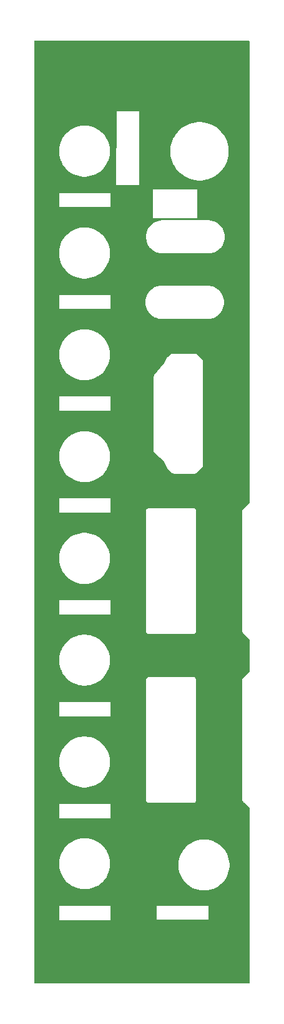
<source format=gbr>
%TF.GenerationSoftware,KiCad,Pcbnew,8.0.7*%
%TF.CreationDate,2025-01-05T13:11:30+01:00*%
%TF.ProjectId,tiliqua-panel,74696c69-7175-4612-9d70-616e656c2e6b,rev?*%
%TF.SameCoordinates,Original*%
%TF.FileFunction,Copper,L2,Bot*%
%TF.FilePolarity,Positive*%
%FSLAX46Y46*%
G04 Gerber Fmt 4.6, Leading zero omitted, Abs format (unit mm)*
G04 Created by KiCad (PCBNEW 8.0.7) date 2025-01-05 13:11:30*
%MOMM*%
%LPD*%
G01*
G04 APERTURE LIST*
%TA.AperFunction,ComponentPad*%
%ADD10O,7.500000X4.400000*%
%TD*%
G04 APERTURE END LIST*
D10*
%TO.P,E2,1,1*%
%TO.N,GND*%
X19525000Y-3000000D03*
%TD*%
%TO.P,E3,1,1*%
%TO.N,GND*%
X4475000Y-125500000D03*
%TD*%
%TO.P,E4,1,1*%
%TO.N,GND*%
X19525000Y-125500000D03*
%TD*%
%TO.P,E1,1,1*%
%TO.N,GND*%
X4525000Y-3000000D03*
%TD*%
%TA.AperFunction,Conductor*%
%TO.N,GND*%
G36*
X26541621Y-420502D02*
G01*
X26588114Y-474158D01*
X26599500Y-526500D01*
X26599500Y-62923318D01*
X26579498Y-62991439D01*
X26562542Y-63012467D01*
X25767553Y-63806497D01*
X25767487Y-63806556D01*
X25728078Y-63845925D01*
X25728072Y-63845930D01*
X25687885Y-63886069D01*
X25662281Y-63930364D01*
X25662278Y-63930369D01*
X25635104Y-63977372D01*
X25620393Y-64032166D01*
X25620390Y-64032177D01*
X25607755Y-64079217D01*
X25607730Y-64128660D01*
X25607730Y-64128669D01*
X25607693Y-64191985D01*
X25607698Y-64192074D01*
X25599528Y-80330175D01*
X25598999Y-80338827D01*
X25599491Y-80392053D01*
X25599496Y-80393275D01*
X25599471Y-80443567D01*
X25599644Y-80444786D01*
X25599813Y-80446024D01*
X25599966Y-80447193D01*
X25613441Y-80495687D01*
X25613763Y-80496867D01*
X25626749Y-80545425D01*
X25627250Y-80546603D01*
X25627737Y-80547765D01*
X25628171Y-80548815D01*
X25653773Y-80592228D01*
X25654390Y-80593286D01*
X25679465Y-80636767D01*
X25680233Y-80637748D01*
X25680994Y-80638732D01*
X25681709Y-80639665D01*
X25717639Y-80674936D01*
X25718513Y-80675802D01*
X25756081Y-80713409D01*
X25762630Y-80719101D01*
X26571872Y-81513489D01*
X26606472Y-81575483D01*
X26609605Y-81603695D01*
X26600000Y-85781705D01*
X26579841Y-85849779D01*
X26563095Y-85870510D01*
X25716967Y-86716638D01*
X25716944Y-86716662D01*
X25679558Y-86754027D01*
X25679543Y-86754046D01*
X25679518Y-86754090D01*
X25653217Y-86799643D01*
X25636502Y-86828576D01*
X25626827Y-86845323D01*
X25626797Y-86845396D01*
X25618053Y-86878029D01*
X25614916Y-86889740D01*
X25613249Y-86895960D01*
X25613240Y-86895993D01*
X25599500Y-86947216D01*
X25599500Y-87000612D01*
X25594965Y-103147170D01*
X25594916Y-103147931D01*
X25594948Y-103207984D01*
X25594948Y-103208084D01*
X25594934Y-103260743D01*
X25594973Y-103261038D01*
X25608559Y-103311632D01*
X25608572Y-103311734D01*
X25608585Y-103311731D01*
X25622201Y-103362601D01*
X25622322Y-103362893D01*
X25622326Y-103362901D01*
X25622327Y-103362902D01*
X25648600Y-103408351D01*
X25648627Y-103408454D01*
X25648651Y-103408441D01*
X25674896Y-103453928D01*
X25675100Y-103454193D01*
X25675102Y-103454195D01*
X25675104Y-103454198D01*
X25711822Y-103490875D01*
X25711819Y-103490877D01*
X25711884Y-103490937D01*
X25749446Y-103528521D01*
X25754995Y-103534073D01*
X25755576Y-103534582D01*
X25871621Y-103650500D01*
X26397260Y-104175564D01*
X26579361Y-104357465D01*
X26613420Y-104419758D01*
X26616314Y-104446697D01*
X26599868Y-127973588D01*
X26579818Y-128041695D01*
X26526130Y-128088150D01*
X26473868Y-128099500D01*
X-2473500Y-128099500D01*
X-2541621Y-128079498D01*
X-2588114Y-128025842D01*
X-2599500Y-127973500D01*
X-2599500Y-119530800D01*
X741400Y-119530800D01*
X7751800Y-119530800D01*
X7751800Y-119492700D01*
X13989600Y-119492700D01*
X21000000Y-119492700D01*
X21000000Y-117562300D01*
X13989600Y-117562300D01*
X13989600Y-119492700D01*
X7751800Y-119492700D01*
X7751800Y-117600400D01*
X741400Y-117600400D01*
X741400Y-119530800D01*
X-2599500Y-119530800D01*
X-2599500Y-111720481D01*
X759500Y-111720481D01*
X759500Y-112059518D01*
X792728Y-112396889D01*
X792730Y-112396905D01*
X858871Y-112729414D01*
X957282Y-113053835D01*
X957285Y-113053844D01*
X1087023Y-113367058D01*
X1246839Y-113666053D01*
X1435185Y-113947932D01*
X1435196Y-113947947D01*
X1650259Y-114210003D01*
X1650277Y-114210022D01*
X1889977Y-114449722D01*
X1889996Y-114449740D01*
X2114270Y-114633796D01*
X2152061Y-114664810D01*
X2433949Y-114853162D01*
X2732942Y-115012977D01*
X3046160Y-115142716D01*
X3370586Y-115241129D01*
X3703096Y-115307270D01*
X4040488Y-115340500D01*
X4040497Y-115340500D01*
X4379503Y-115340500D01*
X4379512Y-115340500D01*
X4716904Y-115307270D01*
X5049414Y-115241129D01*
X5373840Y-115142716D01*
X5687058Y-115012977D01*
X5986051Y-114853162D01*
X6267939Y-114664810D01*
X6530009Y-114449735D01*
X6769735Y-114210009D01*
X6984810Y-113947939D01*
X7173162Y-113666051D01*
X7332977Y-113367058D01*
X7462716Y-113053840D01*
X7561129Y-112729414D01*
X7627270Y-112396904D01*
X7660500Y-112059512D01*
X7660500Y-111904555D01*
X16949500Y-111904555D01*
X16949500Y-112243592D01*
X16982728Y-112580963D01*
X16982730Y-112580979D01*
X17048871Y-112913488D01*
X17147282Y-113237909D01*
X17147285Y-113237918D01*
X17277023Y-113551132D01*
X17436839Y-113850127D01*
X17625185Y-114132006D01*
X17625196Y-114132021D01*
X17840259Y-114394077D01*
X17840277Y-114394096D01*
X18079977Y-114633796D01*
X18079996Y-114633814D01*
X18342052Y-114848877D01*
X18342061Y-114848884D01*
X18623949Y-115037236D01*
X18922942Y-115197051D01*
X19236160Y-115326790D01*
X19560586Y-115425203D01*
X19893096Y-115491344D01*
X20230488Y-115524574D01*
X20230497Y-115524574D01*
X20569503Y-115524574D01*
X20569512Y-115524574D01*
X20906904Y-115491344D01*
X21239414Y-115425203D01*
X21563840Y-115326790D01*
X21877058Y-115197051D01*
X22176051Y-115037236D01*
X22457939Y-114848884D01*
X22720009Y-114633809D01*
X22959735Y-114394083D01*
X23174810Y-114132013D01*
X23363162Y-113850125D01*
X23522977Y-113551132D01*
X23652716Y-113237914D01*
X23751129Y-112913488D01*
X23817270Y-112580978D01*
X23850500Y-112243586D01*
X23850500Y-111904562D01*
X23817270Y-111567170D01*
X23751129Y-111234660D01*
X23652716Y-110910234D01*
X23522977Y-110597016D01*
X23363162Y-110298023D01*
X23174810Y-110016135D01*
X23023745Y-109832061D01*
X22959740Y-109754070D01*
X22959722Y-109754051D01*
X22720022Y-109514351D01*
X22720003Y-109514333D01*
X22457947Y-109299270D01*
X22457932Y-109299259D01*
X22176053Y-109110913D01*
X21877058Y-108951097D01*
X21563844Y-108821359D01*
X21563835Y-108821356D01*
X21239414Y-108722945D01*
X21239415Y-108722945D01*
X20906905Y-108656804D01*
X20906889Y-108656802D01*
X20569518Y-108623574D01*
X20569512Y-108623574D01*
X20230488Y-108623574D01*
X20230481Y-108623574D01*
X19893110Y-108656802D01*
X19893094Y-108656804D01*
X19560585Y-108722945D01*
X19236164Y-108821356D01*
X19236155Y-108821359D01*
X18922941Y-108951097D01*
X18623946Y-109110913D01*
X18342067Y-109299259D01*
X18342052Y-109299270D01*
X18079996Y-109514333D01*
X18079977Y-109514351D01*
X17840277Y-109754051D01*
X17840259Y-109754070D01*
X17625196Y-110016126D01*
X17625185Y-110016141D01*
X17436839Y-110298020D01*
X17277023Y-110597015D01*
X17147285Y-110910229D01*
X17147282Y-110910238D01*
X17048871Y-111234659D01*
X16982730Y-111567168D01*
X16982728Y-111567184D01*
X16949500Y-111904555D01*
X7660500Y-111904555D01*
X7660500Y-111720488D01*
X7627270Y-111383096D01*
X7561129Y-111050586D01*
X7462716Y-110726160D01*
X7332977Y-110412942D01*
X7173162Y-110113949D01*
X6984810Y-109832061D01*
X6920805Y-109754070D01*
X6769740Y-109569996D01*
X6769722Y-109569977D01*
X6530022Y-109330277D01*
X6530003Y-109330259D01*
X6267947Y-109115196D01*
X6267932Y-109115185D01*
X5986053Y-108926839D01*
X5687058Y-108767023D01*
X5373844Y-108637285D01*
X5373835Y-108637282D01*
X5049414Y-108538871D01*
X5049415Y-108538871D01*
X4716905Y-108472730D01*
X4716889Y-108472728D01*
X4379518Y-108439500D01*
X4379512Y-108439500D01*
X4040488Y-108439500D01*
X4040481Y-108439500D01*
X3703110Y-108472728D01*
X3703094Y-108472730D01*
X3370585Y-108538871D01*
X3046164Y-108637282D01*
X3046155Y-108637285D01*
X2732941Y-108767023D01*
X2433946Y-108926839D01*
X2152067Y-109115185D01*
X2152052Y-109115196D01*
X1889996Y-109330259D01*
X1889977Y-109330277D01*
X1650277Y-109569977D01*
X1650259Y-109569996D01*
X1435196Y-109832052D01*
X1435185Y-109832067D01*
X1246839Y-110113946D01*
X1087023Y-110412941D01*
X957285Y-110726155D01*
X957282Y-110726164D01*
X858871Y-111050585D01*
X792730Y-111383094D01*
X792728Y-111383110D01*
X759500Y-111720481D01*
X-2599500Y-111720481D01*
X-2599500Y-105738600D01*
X741400Y-105738600D01*
X7751800Y-105738600D01*
X7751800Y-103808200D01*
X741400Y-103808200D01*
X741400Y-105738600D01*
X-2599500Y-105738600D01*
X-2599500Y-97950481D01*
X749500Y-97950481D01*
X749500Y-98289518D01*
X782728Y-98626889D01*
X782730Y-98626905D01*
X848871Y-98959414D01*
X947282Y-99283835D01*
X947285Y-99283844D01*
X1077023Y-99597058D01*
X1236839Y-99896053D01*
X1425185Y-100177932D01*
X1425196Y-100177947D01*
X1640259Y-100440003D01*
X1640277Y-100440022D01*
X1879977Y-100679722D01*
X1879996Y-100679740D01*
X2142052Y-100894803D01*
X2142061Y-100894810D01*
X2423949Y-101083162D01*
X2722942Y-101242977D01*
X3036160Y-101372716D01*
X3360586Y-101471129D01*
X3693096Y-101537270D01*
X4030488Y-101570500D01*
X4030497Y-101570500D01*
X4369503Y-101570500D01*
X4369512Y-101570500D01*
X4706904Y-101537270D01*
X5039414Y-101471129D01*
X5363840Y-101372716D01*
X5677058Y-101242977D01*
X5976051Y-101083162D01*
X6257939Y-100894810D01*
X6520009Y-100679735D01*
X6759735Y-100440009D01*
X6974810Y-100177939D01*
X7163162Y-99896051D01*
X7322977Y-99597058D01*
X7452716Y-99283840D01*
X7551129Y-98959414D01*
X7617270Y-98626904D01*
X7650500Y-98289512D01*
X7650500Y-97950488D01*
X7617270Y-97613096D01*
X7551129Y-97280586D01*
X7452716Y-96956160D01*
X7322977Y-96642942D01*
X7163162Y-96343949D01*
X6974810Y-96062061D01*
X6974803Y-96062052D01*
X6759740Y-95799996D01*
X6759722Y-95799977D01*
X6520022Y-95560277D01*
X6520003Y-95560259D01*
X6257947Y-95345196D01*
X6257932Y-95345185D01*
X5976053Y-95156839D01*
X5677058Y-94997023D01*
X5363844Y-94867285D01*
X5363835Y-94867282D01*
X5039414Y-94768871D01*
X5039415Y-94768871D01*
X4706905Y-94702730D01*
X4706889Y-94702728D01*
X4369518Y-94669500D01*
X4369512Y-94669500D01*
X4030488Y-94669500D01*
X4030481Y-94669500D01*
X3693110Y-94702728D01*
X3693094Y-94702730D01*
X3360585Y-94768871D01*
X3036164Y-94867282D01*
X3036155Y-94867285D01*
X2722941Y-94997023D01*
X2423946Y-95156839D01*
X2142067Y-95345185D01*
X2142052Y-95345196D01*
X1879996Y-95560259D01*
X1879977Y-95560277D01*
X1640277Y-95799977D01*
X1640259Y-95799996D01*
X1425196Y-96062052D01*
X1425185Y-96062067D01*
X1236839Y-96343946D01*
X1077023Y-96642941D01*
X947285Y-96956155D01*
X947282Y-96956164D01*
X848871Y-97280585D01*
X782730Y-97613094D01*
X782728Y-97613110D01*
X749500Y-97950481D01*
X-2599500Y-97950481D01*
X-2599500Y-91946400D01*
X741400Y-91946400D01*
X7751800Y-91946400D01*
X7751800Y-90016000D01*
X741400Y-90016000D01*
X741400Y-91946400D01*
X-2599500Y-91946400D01*
X-2599500Y-84160481D01*
X749500Y-84160481D01*
X749500Y-84499518D01*
X782728Y-84836889D01*
X782730Y-84836905D01*
X848871Y-85169414D01*
X947282Y-85493835D01*
X947285Y-85493844D01*
X1077023Y-85807058D01*
X1236839Y-86106053D01*
X1425185Y-86387932D01*
X1425196Y-86387947D01*
X1640259Y-86650003D01*
X1640277Y-86650022D01*
X1879977Y-86889722D01*
X1879996Y-86889740D01*
X2142052Y-87104803D01*
X2142061Y-87104810D01*
X2423949Y-87293162D01*
X2722942Y-87452977D01*
X3036160Y-87582716D01*
X3360586Y-87681129D01*
X3693096Y-87747270D01*
X4030488Y-87780500D01*
X4030497Y-87780500D01*
X4369503Y-87780500D01*
X4369512Y-87780500D01*
X4706904Y-87747270D01*
X5039414Y-87681129D01*
X5363840Y-87582716D01*
X5677058Y-87452977D01*
X5976051Y-87293162D01*
X6257939Y-87104810D01*
X6449899Y-86947273D01*
X12549500Y-86947273D01*
X12549500Y-103302727D01*
X12565621Y-103362893D01*
X12576794Y-103404591D01*
X12629517Y-103495909D01*
X12629525Y-103495919D01*
X12704080Y-103570474D01*
X12704085Y-103570478D01*
X12704087Y-103570480D01*
X12704088Y-103570481D01*
X12704090Y-103570482D01*
X12795408Y-103623205D01*
X12795410Y-103623205D01*
X12795413Y-103623207D01*
X12897273Y-103650500D01*
X12897275Y-103650500D01*
X19002725Y-103650500D01*
X19002727Y-103650500D01*
X19104587Y-103623207D01*
X19104590Y-103623205D01*
X19104591Y-103623205D01*
X19150250Y-103596843D01*
X19195913Y-103570480D01*
X19270480Y-103495913D01*
X19296843Y-103450250D01*
X19323205Y-103404591D01*
X19323205Y-103404590D01*
X19323207Y-103404587D01*
X19350500Y-103302727D01*
X19350500Y-86947273D01*
X19323207Y-86845413D01*
X19323205Y-86845410D01*
X19323205Y-86845408D01*
X19270482Y-86754090D01*
X19270474Y-86754080D01*
X19195919Y-86679525D01*
X19195909Y-86679517D01*
X19104591Y-86626794D01*
X19092557Y-86623569D01*
X19002727Y-86599500D01*
X13002727Y-86599500D01*
X12897273Y-86599500D01*
X12834931Y-86616204D01*
X12795408Y-86626794D01*
X12704090Y-86679517D01*
X12704080Y-86679525D01*
X12629525Y-86754080D01*
X12629517Y-86754090D01*
X12576794Y-86845408D01*
X12564917Y-86889735D01*
X12549500Y-86947273D01*
X6449899Y-86947273D01*
X6520009Y-86889735D01*
X6759735Y-86650009D01*
X6974810Y-86387939D01*
X7163162Y-86106051D01*
X7322977Y-85807058D01*
X7452716Y-85493840D01*
X7551129Y-85169414D01*
X7617270Y-84836904D01*
X7650500Y-84499512D01*
X7650500Y-84160488D01*
X7617270Y-83823096D01*
X7551129Y-83490586D01*
X7452716Y-83166160D01*
X7322977Y-82852942D01*
X7163162Y-82553949D01*
X6974810Y-82272061D01*
X6974803Y-82272052D01*
X6759740Y-82009996D01*
X6759722Y-82009977D01*
X6520022Y-81770277D01*
X6520003Y-81770259D01*
X6257947Y-81555196D01*
X6257932Y-81555185D01*
X5976053Y-81366839D01*
X5677058Y-81207023D01*
X5363844Y-81077285D01*
X5363835Y-81077282D01*
X5039414Y-80978871D01*
X5039415Y-80978871D01*
X4706905Y-80912730D01*
X4706889Y-80912728D01*
X4369518Y-80879500D01*
X4369512Y-80879500D01*
X4030488Y-80879500D01*
X4030481Y-80879500D01*
X3693110Y-80912728D01*
X3693094Y-80912730D01*
X3360585Y-80978871D01*
X3036164Y-81077282D01*
X3036155Y-81077285D01*
X2722941Y-81207023D01*
X2423946Y-81366839D01*
X2142067Y-81555185D01*
X2142052Y-81555196D01*
X1879996Y-81770259D01*
X1879977Y-81770277D01*
X1640277Y-82009977D01*
X1640259Y-82009996D01*
X1425196Y-82272052D01*
X1425185Y-82272067D01*
X1236839Y-82553946D01*
X1077023Y-82852941D01*
X947285Y-83166155D01*
X947282Y-83166164D01*
X848871Y-83490585D01*
X782730Y-83823094D01*
X782728Y-83823110D01*
X749500Y-84160481D01*
X-2599500Y-84160481D01*
X-2599500Y-78154200D01*
X741400Y-78154200D01*
X7751800Y-78154200D01*
X7751800Y-76223800D01*
X741400Y-76223800D01*
X741400Y-78154200D01*
X-2599500Y-78154200D01*
X-2599500Y-70370481D01*
X749500Y-70370481D01*
X749500Y-70709518D01*
X782728Y-71046889D01*
X782730Y-71046905D01*
X848871Y-71379414D01*
X947282Y-71703835D01*
X947285Y-71703844D01*
X1077023Y-72017058D01*
X1236839Y-72316053D01*
X1425185Y-72597932D01*
X1425196Y-72597947D01*
X1640259Y-72860003D01*
X1640277Y-72860022D01*
X1879977Y-73099722D01*
X1879996Y-73099740D01*
X2142052Y-73314803D01*
X2142061Y-73314810D01*
X2423949Y-73503162D01*
X2722942Y-73662977D01*
X3036160Y-73792716D01*
X3360586Y-73891129D01*
X3693096Y-73957270D01*
X4030488Y-73990500D01*
X4030497Y-73990500D01*
X4369503Y-73990500D01*
X4369512Y-73990500D01*
X4706904Y-73957270D01*
X5039414Y-73891129D01*
X5363840Y-73792716D01*
X5677058Y-73662977D01*
X5976051Y-73503162D01*
X6257939Y-73314810D01*
X6520009Y-73099735D01*
X6759735Y-72860009D01*
X6974810Y-72597939D01*
X7163162Y-72316051D01*
X7322977Y-72017058D01*
X7452716Y-71703840D01*
X7551129Y-71379414D01*
X7617270Y-71046904D01*
X7650500Y-70709512D01*
X7650500Y-70370488D01*
X7617270Y-70033096D01*
X7551129Y-69700586D01*
X7452716Y-69376160D01*
X7322977Y-69062942D01*
X7163162Y-68763949D01*
X6974810Y-68482061D01*
X6974803Y-68482052D01*
X6759740Y-68219996D01*
X6759722Y-68219977D01*
X6520022Y-67980277D01*
X6520003Y-67980259D01*
X6257947Y-67765196D01*
X6257932Y-67765185D01*
X5976053Y-67576839D01*
X5677058Y-67417023D01*
X5363844Y-67287285D01*
X5363835Y-67287282D01*
X5039414Y-67188871D01*
X5039415Y-67188871D01*
X4706905Y-67122730D01*
X4706889Y-67122728D01*
X4369518Y-67089500D01*
X4369512Y-67089500D01*
X4030488Y-67089500D01*
X4030481Y-67089500D01*
X3693110Y-67122728D01*
X3693094Y-67122730D01*
X3360585Y-67188871D01*
X3036164Y-67287282D01*
X3036155Y-67287285D01*
X2722941Y-67417023D01*
X2423946Y-67576839D01*
X2142067Y-67765185D01*
X2142052Y-67765196D01*
X1879996Y-67980259D01*
X1879977Y-67980277D01*
X1640277Y-68219977D01*
X1640259Y-68219996D01*
X1425196Y-68482052D01*
X1425185Y-68482067D01*
X1236839Y-68763946D01*
X1077023Y-69062941D01*
X947285Y-69376155D01*
X947282Y-69376164D01*
X848871Y-69700585D01*
X782730Y-70033094D01*
X782728Y-70033110D01*
X749500Y-70370481D01*
X-2599500Y-70370481D01*
X-2599500Y-64362000D01*
X741400Y-64362000D01*
X7751800Y-64362000D01*
X7751800Y-64072273D01*
X12549500Y-64072273D01*
X12549500Y-80427727D01*
X12554071Y-80444786D01*
X12576794Y-80529591D01*
X12629517Y-80620909D01*
X12629525Y-80620919D01*
X12704080Y-80695474D01*
X12704085Y-80695478D01*
X12704087Y-80695480D01*
X12704088Y-80695481D01*
X12704090Y-80695482D01*
X12795408Y-80748205D01*
X12795410Y-80748205D01*
X12795413Y-80748207D01*
X12897273Y-80775500D01*
X12897275Y-80775500D01*
X19002725Y-80775500D01*
X19002727Y-80775500D01*
X19104587Y-80748207D01*
X19104590Y-80748205D01*
X19104591Y-80748205D01*
X19164859Y-80713409D01*
X19195913Y-80695480D01*
X19270480Y-80620913D01*
X19323207Y-80529587D01*
X19350500Y-80427727D01*
X19350500Y-64072273D01*
X19323207Y-63970413D01*
X19323205Y-63970410D01*
X19323205Y-63970408D01*
X19270482Y-63879090D01*
X19270474Y-63879080D01*
X19195919Y-63804525D01*
X19195909Y-63804517D01*
X19104591Y-63751794D01*
X19092557Y-63748569D01*
X19002727Y-63724500D01*
X13002727Y-63724500D01*
X12897273Y-63724500D01*
X12834931Y-63741204D01*
X12795408Y-63751794D01*
X12704090Y-63804517D01*
X12704080Y-63804525D01*
X12629525Y-63879080D01*
X12629517Y-63879090D01*
X12576794Y-63970408D01*
X12574929Y-63977369D01*
X12549500Y-64072273D01*
X7751800Y-64072273D01*
X7751800Y-62431600D01*
X741400Y-62431600D01*
X741400Y-64362000D01*
X-2599500Y-64362000D01*
X-2599500Y-56590481D01*
X759500Y-56590481D01*
X759500Y-56929518D01*
X792728Y-57266889D01*
X792730Y-57266905D01*
X858871Y-57599414D01*
X957282Y-57923835D01*
X957285Y-57923844D01*
X1087023Y-58237058D01*
X1246839Y-58536053D01*
X1435185Y-58817932D01*
X1435196Y-58817947D01*
X1650259Y-59080003D01*
X1650277Y-59080022D01*
X1889977Y-59319722D01*
X1889996Y-59319740D01*
X2152052Y-59534803D01*
X2152061Y-59534810D01*
X2433949Y-59723162D01*
X2732942Y-59882977D01*
X3046160Y-60012716D01*
X3370586Y-60111129D01*
X3703096Y-60177270D01*
X4040488Y-60210500D01*
X4040497Y-60210500D01*
X4379503Y-60210500D01*
X4379512Y-60210500D01*
X4716904Y-60177270D01*
X5049414Y-60111129D01*
X5373840Y-60012716D01*
X5687058Y-59882977D01*
X5986051Y-59723162D01*
X6267939Y-59534810D01*
X6530009Y-59319735D01*
X6769735Y-59080009D01*
X6984810Y-58817939D01*
X7173162Y-58536051D01*
X7332977Y-58237058D01*
X7462716Y-57923840D01*
X7561129Y-57599414D01*
X7627270Y-57266904D01*
X7660500Y-56929512D01*
X7660500Y-56590488D01*
X7627270Y-56253096D01*
X7561129Y-55920586D01*
X7462716Y-55596160D01*
X7332977Y-55282942D01*
X7173162Y-54983949D01*
X6984810Y-54702061D01*
X6984803Y-54702052D01*
X6769740Y-54439996D01*
X6769722Y-54439977D01*
X6530022Y-54200277D01*
X6530003Y-54200259D01*
X6267947Y-53985196D01*
X6267932Y-53985185D01*
X5986053Y-53796839D01*
X5687058Y-53637023D01*
X5373844Y-53507285D01*
X5373835Y-53507282D01*
X5049414Y-53408871D01*
X5049415Y-53408871D01*
X4716905Y-53342730D01*
X4716889Y-53342728D01*
X4379518Y-53309500D01*
X4379512Y-53309500D01*
X4040488Y-53309500D01*
X4040481Y-53309500D01*
X3703110Y-53342728D01*
X3703094Y-53342730D01*
X3370585Y-53408871D01*
X3046164Y-53507282D01*
X3046155Y-53507285D01*
X2732941Y-53637023D01*
X2433946Y-53796839D01*
X2152067Y-53985185D01*
X2152052Y-53985196D01*
X1889996Y-54200259D01*
X1889977Y-54200277D01*
X1650277Y-54439977D01*
X1650259Y-54439996D01*
X1435196Y-54702052D01*
X1435185Y-54702067D01*
X1246839Y-54983946D01*
X1087023Y-55282941D01*
X957285Y-55596155D01*
X957282Y-55596164D01*
X858871Y-55920585D01*
X792730Y-56253094D01*
X792728Y-56253110D01*
X759500Y-56590481D01*
X-2599500Y-56590481D01*
X-2599500Y-50569800D01*
X741400Y-50569800D01*
X7751800Y-50569800D01*
X7751800Y-48639400D01*
X741400Y-48639400D01*
X741400Y-50569800D01*
X-2599500Y-50569800D01*
X-2599500Y-42790481D01*
X749500Y-42790481D01*
X749500Y-43129518D01*
X782728Y-43466889D01*
X782730Y-43466905D01*
X848871Y-43799414D01*
X947282Y-44123835D01*
X947285Y-44123844D01*
X1077023Y-44437058D01*
X1236839Y-44736053D01*
X1425185Y-45017932D01*
X1425196Y-45017947D01*
X1640259Y-45280003D01*
X1640277Y-45280022D01*
X1879977Y-45519722D01*
X1879996Y-45519740D01*
X2142052Y-45734803D01*
X2142061Y-45734810D01*
X2423949Y-45923162D01*
X2722942Y-46082977D01*
X3036160Y-46212716D01*
X3360586Y-46311129D01*
X3693096Y-46377270D01*
X4030488Y-46410500D01*
X4030497Y-46410500D01*
X4369503Y-46410500D01*
X4369512Y-46410500D01*
X4706904Y-46377270D01*
X5039414Y-46311129D01*
X5363840Y-46212716D01*
X5677058Y-46082977D01*
X5976051Y-45923162D01*
X6043431Y-45878140D01*
X13596635Y-45878140D01*
X13596635Y-45878144D01*
X13599129Y-45910566D01*
X13599500Y-45920229D01*
X13599500Y-55941362D01*
X13597975Y-55955050D01*
X13598462Y-55955095D01*
X13597712Y-55963323D01*
X13599399Y-56005495D01*
X13599500Y-56010531D01*
X13599500Y-56052724D01*
X13600558Y-56060762D01*
X13601926Y-56068690D01*
X13614468Y-56108980D01*
X13615869Y-56113818D01*
X13626793Y-56154589D01*
X13629884Y-56162051D01*
X13633269Y-56169380D01*
X13633270Y-56169381D01*
X13655825Y-56205071D01*
X13658410Y-56209349D01*
X13679520Y-56245913D01*
X13679522Y-56245915D01*
X13684447Y-56252334D01*
X13689600Y-56258521D01*
X13700876Y-56268929D01*
X13720637Y-56287170D01*
X13724218Y-56290611D01*
X13754087Y-56320480D01*
X13754088Y-56320481D01*
X13760639Y-56325508D01*
X13760340Y-56325896D01*
X13771431Y-56334057D01*
X14957602Y-57428984D01*
X14984837Y-57465220D01*
X15431039Y-58357625D01*
X15435701Y-58368120D01*
X15446146Y-58394854D01*
X15450715Y-58401065D01*
X15461912Y-58419372D01*
X15465362Y-58426270D01*
X15465364Y-58426272D01*
X15484410Y-58447751D01*
X15491627Y-58456679D01*
X15508637Y-58479800D01*
X15514653Y-58484613D01*
X15530205Y-58499396D01*
X15535321Y-58505165D01*
X15535331Y-58505174D01*
X15559276Y-58520983D01*
X15568564Y-58527742D01*
X16127037Y-58974519D01*
X16137423Y-58983816D01*
X16154081Y-59000475D01*
X16154084Y-59000477D01*
X16154087Y-59000480D01*
X16165233Y-59006915D01*
X16180943Y-59017644D01*
X16190980Y-59025674D01*
X16190983Y-59025676D01*
X16208233Y-59033233D01*
X16212568Y-59035133D01*
X16225005Y-59041424D01*
X16245409Y-59053205D01*
X16245410Y-59053205D01*
X16245413Y-59053207D01*
X16257846Y-59056538D01*
X16275788Y-59062832D01*
X16287572Y-59067995D01*
X16296893Y-59069414D01*
X16310876Y-59071545D01*
X16324513Y-59074401D01*
X16347273Y-59080500D01*
X16360134Y-59080500D01*
X16379104Y-59081936D01*
X16391824Y-59083874D01*
X16415249Y-59081270D01*
X16429164Y-59080500D01*
X19182725Y-59080500D01*
X19182727Y-59080500D01*
X19284588Y-59053207D01*
X19375913Y-59000480D01*
X20200480Y-58175913D01*
X20253207Y-58084588D01*
X20280500Y-57982727D01*
X20280500Y-57877273D01*
X20280500Y-43946253D01*
X20282095Y-43931325D01*
X20281922Y-43931311D01*
X20282596Y-43923093D01*
X20282599Y-43923082D01*
X20280651Y-43883287D01*
X20280500Y-43877126D01*
X20280500Y-43837270D01*
X20279422Y-43829085D01*
X20279595Y-43829062D01*
X20279091Y-43825848D01*
X20278919Y-43825880D01*
X20277443Y-43817760D01*
X20277443Y-43817754D01*
X20265260Y-43779815D01*
X20263523Y-43773913D01*
X20253209Y-43735419D01*
X20250047Y-43727785D01*
X20250207Y-43727718D01*
X20248889Y-43724742D01*
X20248732Y-43724817D01*
X20245203Y-43717353D01*
X20245202Y-43717352D01*
X20245202Y-43717350D01*
X20223613Y-43683854D01*
X20220404Y-43678597D01*
X20200479Y-43644086D01*
X20195449Y-43637531D01*
X20195586Y-43637425D01*
X20193547Y-43634898D01*
X20193415Y-43635011D01*
X20188071Y-43628710D01*
X20158545Y-43601940D01*
X20154101Y-43597708D01*
X20125913Y-43569520D01*
X20125910Y-43569518D01*
X20119364Y-43564496D01*
X20119469Y-43564358D01*
X20107335Y-43555510D01*
X19409222Y-42922554D01*
X19404457Y-42918001D01*
X19391458Y-42904913D01*
X19377005Y-42890361D01*
X19377002Y-42890359D01*
X19370469Y-42885310D01*
X19370503Y-42885265D01*
X19366768Y-42882531D01*
X19366736Y-42882579D01*
X19359946Y-42877878D01*
X19325299Y-42860073D01*
X19319519Y-42856909D01*
X19285861Y-42837323D01*
X19278238Y-42834135D01*
X19278260Y-42834082D01*
X19273953Y-42832412D01*
X19273934Y-42832466D01*
X19266153Y-42829680D01*
X19236213Y-42823208D01*
X19228075Y-42821448D01*
X19221686Y-42819891D01*
X19210332Y-42816808D01*
X19184093Y-42809681D01*
X19175916Y-42808577D01*
X19175923Y-42808521D01*
X19171313Y-42808020D01*
X19171309Y-42808077D01*
X19163077Y-42807400D01*
X19124185Y-42809304D01*
X19117596Y-42809454D01*
X16229618Y-42799598D01*
X16216134Y-42798828D01*
X16191823Y-42796126D01*
X16191822Y-42796126D01*
X16179992Y-42797928D01*
X16160604Y-42799362D01*
X16148641Y-42799321D01*
X16124983Y-42805574D01*
X16111767Y-42808319D01*
X16087570Y-42812005D01*
X16076606Y-42816808D01*
X16058258Y-42823208D01*
X16046697Y-42826264D01*
X16046685Y-42826269D01*
X16025458Y-42838428D01*
X16013403Y-42844499D01*
X15990987Y-42854321D01*
X15990978Y-42854326D01*
X15981637Y-42861799D01*
X15965566Y-42872734D01*
X15955183Y-42878682D01*
X15937816Y-42895929D01*
X15927743Y-42904913D01*
X15477532Y-43265082D01*
X15463618Y-43274754D01*
X15448839Y-43283615D01*
X15448828Y-43283624D01*
X15435467Y-43297433D01*
X15423635Y-43308200D01*
X15408640Y-43320196D01*
X15408633Y-43320204D01*
X15398428Y-43334076D01*
X15387492Y-43347018D01*
X15375509Y-43359403D01*
X15375504Y-43359410D01*
X15366172Y-43376206D01*
X15357531Y-43389667D01*
X15346147Y-43405143D01*
X15339878Y-43421189D01*
X15332662Y-43436526D01*
X14875752Y-44258965D01*
X14861274Y-44279774D01*
X13709073Y-45624007D01*
X13702507Y-45631098D01*
X13679521Y-45654086D01*
X13679514Y-45654095D01*
X13677571Y-45657460D01*
X13664137Y-45676434D01*
X13661602Y-45679391D01*
X13661599Y-45679395D01*
X13647549Y-45708716D01*
X13643046Y-45717257D01*
X13626795Y-45745408D01*
X13626793Y-45745413D01*
X13625789Y-45749161D01*
X13617716Y-45770985D01*
X13616034Y-45774493D01*
X13610054Y-45806448D01*
X13607912Y-45815875D01*
X13599500Y-45847268D01*
X13599500Y-45851147D01*
X13597349Y-45874329D01*
X13596635Y-45878140D01*
X6043431Y-45878140D01*
X6257939Y-45734810D01*
X6520009Y-45519735D01*
X6759735Y-45280009D01*
X6974810Y-45017939D01*
X7163162Y-44736051D01*
X7322977Y-44437058D01*
X7452716Y-44123840D01*
X7551129Y-43799414D01*
X7617270Y-43466904D01*
X7650500Y-43129512D01*
X7650500Y-42790488D01*
X7617270Y-42453096D01*
X7551129Y-42120586D01*
X7452716Y-41796160D01*
X7322977Y-41482942D01*
X7163162Y-41183949D01*
X6974810Y-40902061D01*
X6974803Y-40902052D01*
X6759740Y-40639996D01*
X6759722Y-40639977D01*
X6520022Y-40400277D01*
X6520003Y-40400259D01*
X6257947Y-40185196D01*
X6257932Y-40185185D01*
X5976053Y-39996839D01*
X5677058Y-39837023D01*
X5363844Y-39707285D01*
X5363835Y-39707282D01*
X5039414Y-39608871D01*
X5039415Y-39608871D01*
X4706905Y-39542730D01*
X4706889Y-39542728D01*
X4369518Y-39509500D01*
X4369512Y-39509500D01*
X4030488Y-39509500D01*
X4030481Y-39509500D01*
X3693110Y-39542728D01*
X3693094Y-39542730D01*
X3360585Y-39608871D01*
X3036164Y-39707282D01*
X3036155Y-39707285D01*
X2722941Y-39837023D01*
X2423946Y-39996839D01*
X2142067Y-40185185D01*
X2142052Y-40185196D01*
X1879996Y-40400259D01*
X1879977Y-40400277D01*
X1640277Y-40639977D01*
X1640259Y-40639996D01*
X1425196Y-40902052D01*
X1425185Y-40902067D01*
X1236839Y-41183946D01*
X1077023Y-41482941D01*
X947285Y-41796155D01*
X947282Y-41796164D01*
X848871Y-42120585D01*
X782730Y-42453094D01*
X782728Y-42453110D01*
X749500Y-42790481D01*
X-2599500Y-42790481D01*
X-2599500Y-36777600D01*
X741400Y-36777600D01*
X7751800Y-36777600D01*
X7751800Y-35849994D01*
X12470050Y-35849994D01*
X12470050Y-35850005D01*
X12487829Y-36132603D01*
X12487830Y-36132616D01*
X12487831Y-36132620D01*
X12540893Y-36410783D01*
X12628401Y-36680102D01*
X12748972Y-36936330D01*
X12748974Y-36936333D01*
X12748977Y-36936339D01*
X12900703Y-37175421D01*
X12900705Y-37175424D01*
X12900707Y-37175426D01*
X13081212Y-37393619D01*
X13287641Y-37587469D01*
X13516737Y-37753917D01*
X13764889Y-37890340D01*
X13956291Y-37966121D01*
X14028176Y-37994583D01*
X14028179Y-37994584D01*
X14028182Y-37994585D01*
X14302465Y-38065009D01*
X14583411Y-38100500D01*
X14583415Y-38100500D01*
X21016585Y-38100500D01*
X21016589Y-38100500D01*
X21297535Y-38065009D01*
X21571818Y-37994585D01*
X21835111Y-37890340D01*
X22083263Y-37753917D01*
X22312359Y-37587469D01*
X22518788Y-37393619D01*
X22699293Y-37175426D01*
X22851028Y-36936330D01*
X22971599Y-36680102D01*
X23059107Y-36410783D01*
X23112169Y-36132620D01*
X23129950Y-35850000D01*
X23112169Y-35567380D01*
X23059107Y-35289217D01*
X22971599Y-35019898D01*
X22851028Y-34763670D01*
X22796235Y-34677330D01*
X22699296Y-34524578D01*
X22699294Y-34524575D01*
X22648859Y-34463610D01*
X22518788Y-34306381D01*
X22312359Y-34112531D01*
X22312358Y-34112530D01*
X22083265Y-33946084D01*
X22045230Y-33925174D01*
X21835111Y-33809660D01*
X21759328Y-33779655D01*
X21571823Y-33705416D01*
X21571820Y-33705415D01*
X21388962Y-33658465D01*
X21297535Y-33634991D01*
X21297530Y-33634990D01*
X21297522Y-33634989D01*
X21016603Y-33599501D01*
X21016592Y-33599500D01*
X21016589Y-33599500D01*
X20927727Y-33599500D01*
X14782583Y-33599500D01*
X14725000Y-33599500D01*
X14583411Y-33599500D01*
X14583408Y-33599500D01*
X14583396Y-33599501D01*
X14302477Y-33634989D01*
X14302465Y-33634991D01*
X14028179Y-33705415D01*
X14028176Y-33705416D01*
X13764889Y-33809660D01*
X13516734Y-33946084D01*
X13287642Y-34112530D01*
X13287641Y-34112530D01*
X13081214Y-34306379D01*
X13081204Y-34306390D01*
X12900705Y-34524575D01*
X12900703Y-34524578D01*
X12748977Y-34763660D01*
X12748970Y-34763674D01*
X12628404Y-35019891D01*
X12628402Y-35019895D01*
X12540894Y-35289213D01*
X12540892Y-35289221D01*
X12487832Y-35567373D01*
X12487829Y-35567396D01*
X12470050Y-35849994D01*
X7751800Y-35849994D01*
X7751800Y-34847200D01*
X741400Y-34847200D01*
X741400Y-36777600D01*
X-2599500Y-36777600D01*
X-2599500Y-29020481D01*
X739500Y-29020481D01*
X739500Y-29359518D01*
X772728Y-29696889D01*
X772730Y-29696905D01*
X838871Y-30029414D01*
X937282Y-30353835D01*
X937285Y-30353844D01*
X1067023Y-30667058D01*
X1226839Y-30966053D01*
X1415185Y-31247932D01*
X1415196Y-31247947D01*
X1630259Y-31510003D01*
X1630277Y-31510022D01*
X1869977Y-31749722D01*
X1869996Y-31749740D01*
X2132052Y-31964803D01*
X2132061Y-31964810D01*
X2413949Y-32153162D01*
X2712942Y-32312977D01*
X3026160Y-32442716D01*
X3350586Y-32541129D01*
X3683096Y-32607270D01*
X4020488Y-32640500D01*
X4020497Y-32640500D01*
X4359503Y-32640500D01*
X4359512Y-32640500D01*
X4696904Y-32607270D01*
X5029414Y-32541129D01*
X5353840Y-32442716D01*
X5667058Y-32312977D01*
X5966051Y-32153162D01*
X6247939Y-31964810D01*
X6510009Y-31749735D01*
X6749735Y-31510009D01*
X6964810Y-31247939D01*
X7153162Y-30966051D01*
X7312977Y-30667058D01*
X7442716Y-30353840D01*
X7541129Y-30029414D01*
X7607270Y-29696904D01*
X7640500Y-29359512D01*
X7640500Y-29020488D01*
X7607270Y-28683096D01*
X7541129Y-28350586D01*
X7442716Y-28026160D01*
X7312977Y-27712942D01*
X7153162Y-27413949D01*
X6964810Y-27132061D01*
X6856435Y-27000005D01*
X6856426Y-26999994D01*
X12545050Y-26999994D01*
X12545050Y-27000005D01*
X12562829Y-27282603D01*
X12562832Y-27282626D01*
X12587883Y-27413949D01*
X12615893Y-27560783D01*
X12703401Y-27830102D01*
X12823972Y-28086330D01*
X12823974Y-28086333D01*
X12823977Y-28086339D01*
X12975703Y-28325421D01*
X12975705Y-28325424D01*
X12975707Y-28325426D01*
X13156212Y-28543619D01*
X13362641Y-28737469D01*
X13591737Y-28903917D01*
X13839889Y-29040340D01*
X14031291Y-29116121D01*
X14103176Y-29144583D01*
X14103179Y-29144584D01*
X14103182Y-29144585D01*
X14377465Y-29215009D01*
X14658411Y-29250500D01*
X14658415Y-29250500D01*
X21091585Y-29250500D01*
X21091589Y-29250500D01*
X21372535Y-29215009D01*
X21646818Y-29144585D01*
X21910111Y-29040340D01*
X22158263Y-28903917D01*
X22387359Y-28737469D01*
X22593788Y-28543619D01*
X22774293Y-28325426D01*
X22926028Y-28086330D01*
X23046599Y-27830102D01*
X23134107Y-27560783D01*
X23187169Y-27282620D01*
X23196641Y-27132067D01*
X23204950Y-27000005D01*
X23204950Y-26999994D01*
X23187170Y-26717396D01*
X23187169Y-26717380D01*
X23134107Y-26439217D01*
X23046599Y-26169898D01*
X22926028Y-25913670D01*
X22836585Y-25772730D01*
X22774296Y-25674578D01*
X22774294Y-25674575D01*
X22723859Y-25613610D01*
X22593788Y-25456381D01*
X22387359Y-25262531D01*
X22387358Y-25262530D01*
X22158265Y-25096084D01*
X22120230Y-25075174D01*
X21910111Y-24959660D01*
X21834328Y-24929655D01*
X21646823Y-24855416D01*
X21646820Y-24855415D01*
X21463962Y-24808465D01*
X21372535Y-24784991D01*
X21372530Y-24784990D01*
X21372522Y-24784989D01*
X21091603Y-24749501D01*
X21091592Y-24749500D01*
X21091589Y-24749500D01*
X21002727Y-24749500D01*
X14857583Y-24749500D01*
X14800000Y-24749500D01*
X14658411Y-24749500D01*
X14658408Y-24749500D01*
X14658396Y-24749501D01*
X14377477Y-24784989D01*
X14377465Y-24784991D01*
X14103179Y-24855415D01*
X14103176Y-24855416D01*
X13839889Y-24959660D01*
X13591734Y-25096084D01*
X13362642Y-25262530D01*
X13362641Y-25262530D01*
X13156214Y-25456379D01*
X13156204Y-25456390D01*
X12975705Y-25674575D01*
X12975703Y-25674578D01*
X12823977Y-25913660D01*
X12823970Y-25913674D01*
X12703404Y-26169891D01*
X12703402Y-26169895D01*
X12615894Y-26439213D01*
X12615892Y-26439221D01*
X12562832Y-26717373D01*
X12562829Y-26717396D01*
X12545050Y-26999994D01*
X6856426Y-26999994D01*
X6749740Y-26869996D01*
X6749722Y-26869977D01*
X6510022Y-26630277D01*
X6510003Y-26630259D01*
X6247947Y-26415196D01*
X6247932Y-26415185D01*
X5966053Y-26226839D01*
X5667058Y-26067023D01*
X5353844Y-25937285D01*
X5353835Y-25937282D01*
X5029414Y-25838871D01*
X5029415Y-25838871D01*
X4696905Y-25772730D01*
X4696889Y-25772728D01*
X4359518Y-25739500D01*
X4359512Y-25739500D01*
X4020488Y-25739500D01*
X4020481Y-25739500D01*
X3683110Y-25772728D01*
X3683094Y-25772730D01*
X3350585Y-25838871D01*
X3026164Y-25937282D01*
X3026155Y-25937285D01*
X2712941Y-26067023D01*
X2413946Y-26226839D01*
X2132067Y-26415185D01*
X2132052Y-26415196D01*
X1869996Y-26630259D01*
X1869977Y-26630277D01*
X1630277Y-26869977D01*
X1630259Y-26869996D01*
X1415196Y-27132052D01*
X1415185Y-27132067D01*
X1226839Y-27413946D01*
X1067023Y-27712941D01*
X937285Y-28026155D01*
X937282Y-28026164D01*
X838871Y-28350585D01*
X772730Y-28683094D01*
X772728Y-28683110D01*
X739500Y-29020481D01*
X-2599500Y-29020481D01*
X-2599500Y-22985400D01*
X741400Y-22985400D01*
X7751800Y-22985400D01*
X7751800Y-21055000D01*
X741400Y-21055000D01*
X741400Y-22985400D01*
X-2599500Y-22985400D01*
X-2599500Y-20594501D01*
X13441495Y-20594501D01*
X13441495Y-24444501D01*
X19491495Y-24444501D01*
X19491495Y-20544501D01*
X19491494Y-20544500D01*
X13441495Y-20594501D01*
X-2599500Y-20594501D01*
X-2599500Y-19999999D01*
X8499999Y-19999999D01*
X8500000Y-20000000D01*
X11650000Y-19950000D01*
X11650000Y-15205917D01*
X15849500Y-15205917D01*
X15849500Y-15594082D01*
X15887544Y-15980342D01*
X15887547Y-15980363D01*
X15963268Y-16361043D01*
X15963269Y-16361050D01*
X16075938Y-16732471D01*
X16075939Y-16732473D01*
X16224484Y-17091093D01*
X16407458Y-17433414D01*
X16623097Y-17756141D01*
X16623108Y-17756156D01*
X16869337Y-18056186D01*
X16869355Y-18056206D01*
X17143793Y-18330644D01*
X17143813Y-18330662D01*
X17172691Y-18354362D01*
X17443852Y-18576898D01*
X17766588Y-18792543D01*
X18108907Y-18975516D01*
X18467512Y-19124055D01*
X18467519Y-19124057D01*
X18467526Y-19124060D01*
X18467528Y-19124061D01*
X18838949Y-19236730D01*
X19219642Y-19312454D01*
X19605924Y-19350500D01*
X19605933Y-19350500D01*
X19994067Y-19350500D01*
X19994076Y-19350500D01*
X20380358Y-19312454D01*
X20761051Y-19236730D01*
X20859330Y-19206917D01*
X21132471Y-19124061D01*
X21132473Y-19124060D01*
X21132477Y-19124058D01*
X21132488Y-19124055D01*
X21491093Y-18975516D01*
X21833412Y-18792543D01*
X22156148Y-18576898D01*
X22456193Y-18330657D01*
X22730657Y-18056193D01*
X22976898Y-17756148D01*
X23192543Y-17433412D01*
X23375516Y-17091093D01*
X23524055Y-16732488D01*
X23524060Y-16732473D01*
X23524061Y-16732471D01*
X23636730Y-16361050D01*
X23712454Y-15980358D01*
X23750500Y-15594076D01*
X23750500Y-15205924D01*
X23712454Y-14819642D01*
X23636730Y-14438949D01*
X23524061Y-14067528D01*
X23524060Y-14067526D01*
X23524057Y-14067519D01*
X23524055Y-14067512D01*
X23375516Y-13708907D01*
X23192543Y-13366588D01*
X22976898Y-13043852D01*
X22730657Y-12743807D01*
X22730653Y-12743803D01*
X22730644Y-12743793D01*
X22456206Y-12469355D01*
X22456186Y-12469337D01*
X22156156Y-12223108D01*
X22156141Y-12223097D01*
X21833414Y-12007458D01*
X21491093Y-11824484D01*
X21132488Y-11675945D01*
X21132486Y-11675944D01*
X21132473Y-11675939D01*
X21132471Y-11675938D01*
X20761050Y-11563269D01*
X20761043Y-11563268D01*
X20380363Y-11487547D01*
X20380358Y-11487546D01*
X20380351Y-11487545D01*
X20380342Y-11487544D01*
X19994082Y-11449500D01*
X19994076Y-11449500D01*
X19605924Y-11449500D01*
X19605917Y-11449500D01*
X19219657Y-11487544D01*
X19219645Y-11487545D01*
X19219642Y-11487546D01*
X19219639Y-11487546D01*
X19219636Y-11487547D01*
X18838956Y-11563268D01*
X18838949Y-11563269D01*
X18467528Y-11675938D01*
X18467526Y-11675939D01*
X18108906Y-11824484D01*
X17766585Y-12007458D01*
X17443858Y-12223097D01*
X17443843Y-12223108D01*
X17143813Y-12469337D01*
X17143793Y-12469355D01*
X16869355Y-12743793D01*
X16869337Y-12743813D01*
X16623108Y-13043843D01*
X16623097Y-13043858D01*
X16407458Y-13366585D01*
X16224484Y-13708906D01*
X16075939Y-14067526D01*
X16075938Y-14067528D01*
X15963269Y-14438949D01*
X15963268Y-14438956D01*
X15887547Y-14819636D01*
X15887544Y-14819657D01*
X15849500Y-15205917D01*
X11650000Y-15205917D01*
X11650000Y-9950000D01*
X8549999Y-10000000D01*
X8499999Y-19999999D01*
X-2599500Y-19999999D01*
X-2599500Y-15221681D01*
X749500Y-15221681D01*
X749500Y-15560718D01*
X782728Y-15898089D01*
X782730Y-15898105D01*
X848871Y-16230614D01*
X947282Y-16555035D01*
X947285Y-16555044D01*
X1077023Y-16868258D01*
X1236839Y-17167253D01*
X1425185Y-17449132D01*
X1425196Y-17449147D01*
X1640259Y-17711203D01*
X1640277Y-17711222D01*
X1879977Y-17950922D01*
X1879996Y-17950940D01*
X2142052Y-18166003D01*
X2142061Y-18166010D01*
X2423949Y-18354362D01*
X2722942Y-18514177D01*
X3036160Y-18643916D01*
X3360586Y-18742329D01*
X3693096Y-18808470D01*
X4030488Y-18841700D01*
X4030497Y-18841700D01*
X4369503Y-18841700D01*
X4369512Y-18841700D01*
X4706904Y-18808470D01*
X5039414Y-18742329D01*
X5363840Y-18643916D01*
X5677058Y-18514177D01*
X5976051Y-18354362D01*
X6257939Y-18166010D01*
X6520009Y-17950935D01*
X6759735Y-17711209D01*
X6974810Y-17449139D01*
X7163162Y-17167251D01*
X7322977Y-16868258D01*
X7452716Y-16555040D01*
X7551129Y-16230614D01*
X7617270Y-15898104D01*
X7650500Y-15560712D01*
X7650500Y-15221688D01*
X7617270Y-14884296D01*
X7551129Y-14551786D01*
X7452716Y-14227360D01*
X7322977Y-13914142D01*
X7163162Y-13615149D01*
X6974810Y-13333261D01*
X6974803Y-13333252D01*
X6759740Y-13071196D01*
X6759722Y-13071177D01*
X6520022Y-12831477D01*
X6520003Y-12831459D01*
X6257947Y-12616396D01*
X6257932Y-12616385D01*
X5976053Y-12428039D01*
X5677058Y-12268223D01*
X5363844Y-12138485D01*
X5363835Y-12138482D01*
X5039414Y-12040071D01*
X5039415Y-12040071D01*
X4706905Y-11973930D01*
X4706889Y-11973928D01*
X4369518Y-11940700D01*
X4369512Y-11940700D01*
X4030488Y-11940700D01*
X4030481Y-11940700D01*
X3693110Y-11973928D01*
X3693094Y-11973930D01*
X3360585Y-12040071D01*
X3036164Y-12138482D01*
X3036155Y-12138485D01*
X2722941Y-12268223D01*
X2423946Y-12428039D01*
X2142067Y-12616385D01*
X2142052Y-12616396D01*
X1879996Y-12831459D01*
X1879977Y-12831477D01*
X1640277Y-13071177D01*
X1640259Y-13071196D01*
X1425196Y-13333252D01*
X1425185Y-13333267D01*
X1236839Y-13615146D01*
X1077023Y-13914141D01*
X947285Y-14227355D01*
X947282Y-14227364D01*
X848871Y-14551785D01*
X782730Y-14884294D01*
X782728Y-14884310D01*
X749500Y-15221681D01*
X-2599500Y-15221681D01*
X-2599500Y-526500D01*
X-2579498Y-458379D01*
X-2525842Y-411886D01*
X-2473500Y-400500D01*
X11947273Y-400500D01*
X26473500Y-400500D01*
X26541621Y-420502D01*
G37*
%TD.AperFunction*%
%TD*%
M02*

</source>
